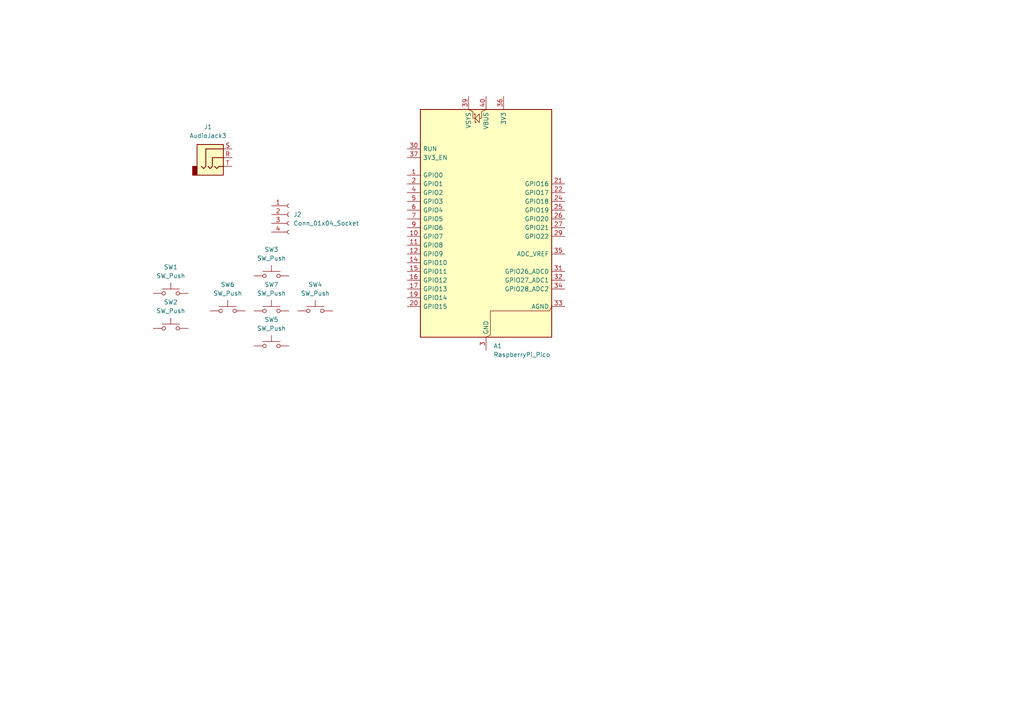
<source format=kicad_sch>
(kicad_sch (version 20250114) (generator "eeschema") (generator_version "9.0")
  (paper "A4")
  (lib_symbols
    (symbol "Connector:Conn_01x04_Socket" (pin_names (offset 1.016) (hide yes))
      (property "Reference" "J" (at 0 5.08 0))
      (property "Value" "Conn_01x04_Socket" (at 0 -7.62 0))
      (symbol "Conn_01x04_Socket_1_1"
        (polyline (pts (xy -1.27 2.54) (xy -0.508 2.54)) (stroke (width 0.1524)))
        (polyline (pts (xy -1.27 0) (xy -0.508 0)) (stroke (width 0.1524)))
        (polyline (pts (xy -1.27 -2.54) (xy -0.508 -2.54)) (stroke (width 0.1524)))
        (polyline (pts (xy -1.27 -5.08) (xy -0.508 -5.08)) (stroke (width 0.1524)))
        (arc (start 0 2.032) (mid -0.5058 2.54) (end 0 3.048) (stroke (width 0.1524)))
        (arc (start 0 -0.508) (mid -0.5058 0) (end 0 0.508) (stroke (width 0.1524)))
        (arc (start 0 -3.048) (mid -0.5058 -2.54) (end 0 -2.032) (stroke (width 0.1524)))
        (arc (start 0 -5.588) (mid -0.5058 -5.08) (end 0 -4.572) (stroke (width 0.1524)))
        (pin passive line (at -5.08 2.54 0) (length 3.81) (name "Pin_1") (number "1"))
        (pin passive line (at -5.08 0 0) (length 3.81) (name "Pin_2") (number "2"))
        (pin passive line (at -5.08 -2.54 0) (length 3.81) (name "Pin_3") (number "3"))
        (pin passive line (at -5.08 -5.08 0) (length 3.81) (name "Pin_4") (number "4"))
      )
    )
    (symbol "Connector_Audio:AudioJack3"
      (property "Reference" "J" (at 0 8.89 0))
      (property "Value" "AudioJack3" (at 0 6.35 0))
      (symbol "AudioJack3_0_1"
        (rectangle (start -5.08 -5.08) (end -6.35 -2.54) (stroke (width 0.254)) (fill (type outline)))
        (polyline (pts (xy -1.905 -2.54) (xy -1.27 -3.175) (xy -0.635 -2.54) (xy -0.635 0) (xy 2.54 0)) (stroke (width 0.254)))
        (polyline (pts (xy 0 -2.54) (xy 0.635 -3.175) (xy 1.27 -2.54) (xy 2.54 -2.54)) (stroke (width 0.254)))
        (rectangle (start 2.54 3.81) (end -5.08 -5.08) (stroke (width 0.254)) (fill (type background)))
        (polyline (pts (xy 2.54 2.54) (xy -2.54 2.54) (xy -2.54 -2.54) (xy -3.175 -3.175) (xy -3.81 -2.54)) (stroke (width 0.254)))
      )
      (symbol "AudioJack3_1_1"
        (pin passive line (at 5.08 2.54 180) (length 2.54) (name "~") (number "S"))
        (pin passive line (at 5.08 0 180) (length 2.54) (name "~") (number "R"))
        (pin passive line (at 5.08 -2.54 180) (length 2.54) (name "~") (number "T"))
      )
    )
    (symbol "MCU_Module:RaspberryPi_Pico" (pin_names (offset 0.762))
      (property "Reference" "A" (at -19.05 35.56 0))
      (property "Value" "RaspberryPi_Pico" (at 7.62 35.56 0))
      (symbol "RaspberryPi_Pico_0_1"
        (rectangle (start -19.05 34.29) (end 19.05 -31.75) (stroke (width 0.254)) (fill (type background)))
        (polyline (pts (xy -5.08 34.29) (xy -3.81 33.655) (xy -3.81 31.75) (xy -3.175 31.75)))
        (polyline (pts (xy -3.429 32.766) (xy -3.429 33.02) (xy -3.175 33.02) (xy -3.175 30.48) (xy -2.921 30.48) (xy -2.921 30.734)))
        (polyline (pts (xy -3.175 31.75) (xy -1.905 33.02) (xy -1.905 30.48) (xy -3.175 31.75)))
        (polyline (pts (xy 0 34.29) (xy -1.27 33.655) (xy -1.27 31.75) (xy -1.905 31.75)))
        (polyline (pts (xy 0 -31.75) (xy 1.27 -31.115) (xy 1.27 -24.13) (xy 18.415 -24.13) (xy 19.05 -22.86)))
      )
      (symbol "RaspberryPi_Pico_1_1"
        (pin passive line (at -22.86 22.86 0) (length 3.81) (name "RUN") (number "30"))
        (pin passive line (at -22.86 20.32 0) (length 3.81) (name "3V3_EN") (number "37"))
        (pin bidirectional line (at -22.86 15.24 0) (length 3.81) (name "GPIO0") (number "1"))
        (pin bidirectional line (at -22.86 12.7 0) (length 3.81) (name "GPIO1") (number "2"))
        (pin bidirectional line (at -22.86 10.16 0) (length 3.81) (name "GPIO2") (number "4"))
        (pin bidirectional line (at -22.86 7.62 0) (length 3.81) (name "GPIO3") (number "5"))
        (pin bidirectional line (at -22.86 5.08 0) (length 3.81) (name "GPIO4") (number "6"))
        (pin bidirectional line (at -22.86 2.54 0) (length 3.81) (name "GPIO5") (number "7"))
        (pin bidirectional line (at -22.86 0 0) (length 3.81) (name "GPIO6") (number "9"))
        (pin bidirectional line (at -22.86 -2.54 0) (length 3.81) (name "GPIO7") (number "10"))
        (pin bidirectional line (at -22.86 -5.08 0) (length 3.81) (name "GPIO8") (number "11"))
        (pin bidirectional line (at -22.86 -7.62 0) (length 3.81) (name "GPIO9") (number "12"))
        (pin bidirectional line (at -22.86 -10.16 0) (length 3.81) (name "GPIO10") (number "14"))
        (pin bidirectional line (at -22.86 -12.7 0) (length 3.81) (name "GPIO11") (number "15"))
        (pin bidirectional line (at -22.86 -15.24 0) (length 3.81) (name "GPIO12") (number "16"))
        (pin bidirectional line (at -22.86 -17.78 0) (length 3.81) (name "GPIO13") (number "17"))
        (pin bidirectional line (at -22.86 -20.32 0) (length 3.81) (name "GPIO14") (number "19"))
        (pin bidirectional line (at -22.86 -22.86 0) (length 3.81) (name "GPIO15") (number "20"))
        (pin power_in line (at -5.08 38.1 270) (length 3.81) (name "VSYS") (number "39"))
        (pin power_out line (at 0 38.1 270) (length 3.81) (name "VBUS") (number "40"))
        (pin passive line (at 0 -35.56 90) (length 3.81) (hide yes) (name "GND") (number "13"))
        (pin passive line (at 0 -35.56 90) (length 3.81) (hide yes) (name "GND") (number "18"))
        (pin passive line (at 0 -35.56 90) (length 3.81) (hide yes) (name "GND") (number "23"))
        (pin passive line (at 0 -35.56 90) (length 3.81) (hide yes) (name "GND") (number "28"))
        (pin power_out line (at 0 -35.56 90) (length 3.81) (name "GND") (number "3"))
        (pin passive line (at 0 -35.56 90) (length 3.81) (hide yes) (name "GND") (number "38"))
        (pin passive line (at 0 -35.56 90) (length 3.81) (hide yes) (name "GND") (number "8"))
        (pin power_out line (at 5.08 38.1 270) (length 3.81) (name "3V3") (number "36"))
        (pin bidirectional line (at 22.86 12.7 180) (length 3.81) (name "GPIO16") (number "21"))
        (pin bidirectional line (at 22.86 10.16 180) (length 3.81) (name "GPIO17") (number "22"))
        (pin bidirectional line (at 22.86 7.62 180) (length 3.81) (name "GPIO18") (number "24"))
        (pin bidirectional line (at 22.86 5.08 180) (length 3.81) (name "GPIO19") (number "25"))
        (pin bidirectional line (at 22.86 2.54 180) (length 3.81) (name "GPIO20") (number "26"))
        (pin bidirectional line (at 22.86 0 180) (length 3.81) (name "GPIO21") (number "27"))
        (pin bidirectional line (at 22.86 -2.54 180) (length 3.81) (name "GPIO22") (number "29"))
        (pin power_in line (at 22.86 -7.62 180) (length 3.81) (name "ADC_VREF") (number "35"))
        (pin bidirectional line (at 22.86 -12.7 180) (length 3.81) (name "GPIO26_ADC0") (number "31"))
        (pin bidirectional line (at 22.86 -15.24 180) (length 3.81) (name "GPIO27_ADC1") (number "32"))
        (pin bidirectional line (at 22.86 -17.78 180) (length 3.81) (name "GPIO28_ADC2") (number "34"))
        (pin power_out line (at 22.86 -22.86 180) (length 3.81) (name "AGND") (number "33"))
      )
    )
    (symbol "Switch:SW_Push" (pin_numbers (hide yes)) (pin_names (offset 1.016) (hide yes))
      (property "Reference" "SW" (at 1.27 2.54 0))
      (property "Value" "SW_Push" (at 0 -1.524 0))
      (symbol "SW_Push_0_1"
        (circle (center -2.032 0) (radius 0.508))
        (polyline (pts (xy 0 1.27) (xy 0 3.048)))
        (circle (center 2.032 0) (radius 0.508))
        (polyline (pts (xy 2.54 1.27) (xy -2.54 1.27)))
        (pin passive line (at -5.08 0 0) (length 2.54) (name "1") (number "1"))
        (pin passive line (at 5.08 0 180) (length 2.54) (name "2") (number "2"))
      )
    )
  )
  (symbol (lib_id "Switch:SW_Push") (at 91.44 90.17 0) (unit 1)
    (property "Reference" "SW4" (at 91.44 82.55 0))
    (property "Value" "SW_Push" (at 91.44 85.09 0))
    (property "Description" "Push button switch, generic, two pins" (effects (hide yes)))
  )
  (symbol (lib_id "Switch:SW_Push") (at 66.04 90.17 0) (unit 1)
    (property "Reference" "SW6" (at 66.04 82.55 0))
    (property "Value" "SW_Push" (at 66.04 85.09 0))
    (property "Description" "Push button switch, generic, two pins" (effects (hide yes)))
  )
  (symbol (lib_id "Switch:SW_Push") (at 78.74 90.17 0) (unit 1)
    (property "Reference" "SW7" (at 78.74 82.55 0))
    (property "Value" "SW_Push" (at 78.74 85.09 0))
    (property "Description" "Push button switch, generic, two pins" (effects (hide yes)))
  )
  (symbol (lib_id "Connector:Conn_01x04_Socket") (at 83.82 62.23 0) (unit 1)
    (property "Reference" "J2" (at 85.09 62.2299 0) (effects (justify left)))
    (property "Value" "Conn_01x04_Socket" (at 85.09 64.7699 0) (effects (justify left)))
    (property "Description" "Generic connector, single row, 01x04, script generated" (effects (hide yes)))
  )
  (symbol (lib_id "Switch:SW_Push") (at 78.74 80.01 0) (unit 1)
    (property "Reference" "SW3" (at 78.74 72.39 0))
    (property "Value" "SW_Push" (at 78.74 74.93 0))
    (property "Description" "Push button switch, generic, two pins" (effects (hide yes)))
  )
  (symbol (lib_id "Switch:SW_Push") (at 78.74 100.33 0) (unit 1)
    (property "Reference" "SW5" (at 78.74 92.71 0))
    (property "Value" "SW_Push" (at 78.74 95.25 0))
    (property "Description" "Push button switch, generic, two pins" (effects (hide yes)))
  )
  (symbol (lib_id "Switch:SW_Push") (at 49.53 95.25 0) (unit 1)
    (property "Reference" "SW2" (at 49.53 87.63 0))
    (property "Value" "SW_Push" (at 49.53 90.17 0))
    (property "Description" "Push button switch, generic, two pins" (effects (hide yes)))
  )
  (symbol (lib_id "Connector_Audio:AudioJack3") (at 62.23 45.72 0) (unit 1)
    (property "Reference" "J1" (at 60.325 36.83 0))
    (property "Value" "AudioJack3" (at 60.325 39.37 0))
    (property "Footprint" "Connector_Audio:Jack_3.5mm_CUI_SJ1-3513N_Horizontal" (effects (hide yes)))
    (property "Description" "Audio Jack, 3 Poles (Stereo / TRS)" (effects (hide yes)))
  )
  (symbol (lib_id "Switch:SW_Push") (at 49.53 85.09 0) (unit 1)
    (property "Reference" "SW1" (at 49.53 77.47 0))
    (property "Value" "SW_Push" (at 49.53 80.01 0))
    (property "Description" "Push button switch, generic, two pins" (effects (hide yes)))
  )
  (symbol (lib_id "MCU_Module:RaspberryPi_Pico") (at 140.97 66.04 0) (unit 1)
    (property "Reference" "A1" (at 143.1133 100.33 0) (effects (justify left)))
    (property "Value" "RaspberryPi_Pico" (at 143.1133 102.87 0) (effects (justify left)))
    (property "Footprint" "Module:RaspberryPi_Pico_Common_Unspecified" (effects (hide yes)))
    (property "Datasheet" "https://datasheets.raspberrypi.com/pico/pico-datasheet.pdf" (effects (hide yes)))
    (property "Description" "Versatile and inexpensive microcontroller module powered by RP2040 dual-core Arm Cortex-M0+ processor up to 133 MHz, 264kB SRAM, 2MB QSPI flash; also supports Raspberry Pi Pico 2" (effects (hide yes)))
  )
)
</source>
